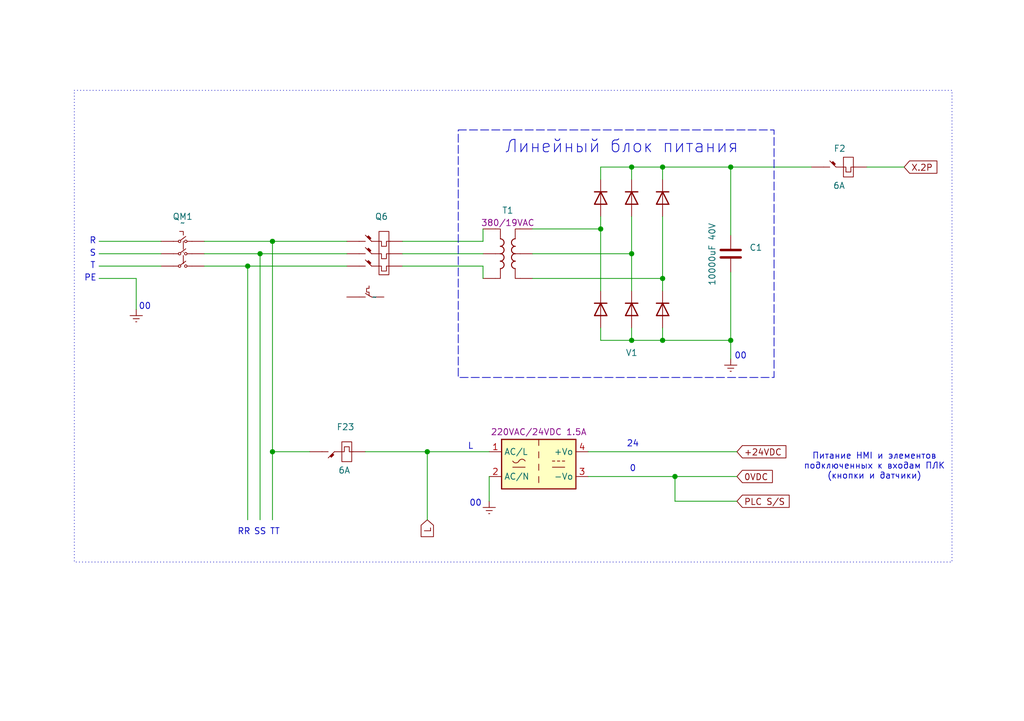
<source format=kicad_sch>
(kicad_sch (version 20231120) (generator "eeschema") (generator_version "8.0")
  (paper "A5")
  (title_block (title "Okoma") (date "08/2024") (rev "1.0"))
  (lib_symbols
    (symbol "001:Circuit_Breaker" (pin_numbers hide) (pin_names (offset 0) hide)
      (property "Reference" "F" (at -2.54 0 0))
      (symbol "Circuit_Breaker_0_1"
        (rectangle (start -2.032 -2.794) (end 2.032 -4.826))
        (polyline (pts (xy 0 -1.27) (xy -1.27 0)))
        (polyline (pts (xy 0 1.27) (xy 0 0)))
        (polyline (pts (xy -0.889 -0.381) (xy -1.143 -0.635) (xy -0.635 -1.143) (xy -0.381 -0.889) (xy -0.889 -0.381)) (fill (type outline)))
        (polyline (pts (xy 0 -1.27) (xy 0 -3.302) (xy 1.016 -3.302) (xy 1.016 -4.318) (xy 0 -4.318) (xy 0 -5.08)))
      )
      (symbol "Circuit_Breaker_1_1"
        (pin bidirectional line (at 0 3.81 270) (length 2.54) (name "") (number "1"))
        (pin bidirectional line (at 0 -7.62 90) (length 2.54) (name "") (number "2"))
      )
    )
    (symbol "001:Circuit_Breaker_RST+NO" (pin_numbers hide) (pin_names (offset 0) hide)
      (property "Reference" "QF" (at -2.54 0 0))
      (symbol "Circuit_Breaker_RST+NO_0_1"
        (rectangle (start -2.032 -2.794) (end 6.858 -4.826))
        (polyline (pts (xy 0 -1.27) (xy -1.27 0)))
        (polyline (pts (xy 0 1.27) (xy 0 0)))
        (polyline (pts (xy 2.54 -1.27) (xy 1.27 0)))
        (polyline (pts (xy 2.54 1.27) (xy 2.54 0)))
        (polyline (pts (xy 5.08 -1.27) (xy 3.81 0)))
        (polyline (pts (xy 5.08 1.27) (xy 5.08 0)))
        (polyline (pts (xy 11.43 -1.27) (xy 10.668 0)))
        (polyline (pts (xy 11.43 1.27) (xy 11.43 0)))
        (polyline (pts (xy -0.889 -0.381) (xy -1.143 -0.635) (xy -0.635 -1.143) (xy -0.381 -0.889) (xy -0.889 -0.381)) (fill (type outline)))
        (polyline (pts (xy 1.651 -0.381) (xy 1.397 -0.635) (xy 1.905 -1.143) (xy 2.159 -0.889) (xy 1.651 -0.381)) (fill (type outline)))
        (polyline (pts (xy 4.191 -0.381) (xy 3.937 -0.635) (xy 4.445 -1.143) (xy 4.699 -0.889) (xy 4.191 -0.381)) (fill (type outline)))
        (polyline (pts (xy 0 -1.27) (xy 0 -3.302) (xy 1.016 -3.302) (xy 1.016 -4.318) (xy 0 -4.318) (xy 0 -5.08)))
        (polyline (pts (xy 2.54 -1.27) (xy 2.54 -3.302) (xy 3.556 -3.302) (xy 3.556 -4.318) (xy 2.54 -4.318) (xy 2.54 -5.08)))
        (polyline (pts (xy 5.08 -1.27) (xy 5.08 -3.302) (xy 6.096 -3.302) (xy 6.096 -4.318) (xy 5.08 -4.318) (xy 5.08 -5.08)))
        (polyline (pts (xy 11.176 -0.762) (xy 10.414 -0.762) (xy 10.414 -0.254) (xy 9.652 -0.254) (xy 9.652 -0.762) (xy 9.144 -0.762)))
      )
      (symbol "Circuit_Breaker_RST+NO_1_1"
        (pin bidirectional line (at 0 3.81 270) (length 2.54) (name "") (number "1"))
        (pin bidirectional line (at 2.54 3.81 270) (length 2.54) (name "") (number "1"))
        (pin bidirectional line (at 5.08 3.81 270) (length 2.54) (name "") (number "1"))
        (pin bidirectional line (at 11.43 3.81 270) (length 2.54) (name "") (number "1"))
        (pin bidirectional line (at 0 -7.62 90) (length 2.54) (name "") (number "2"))
        (pin bidirectional line (at 2.54 -7.62 90) (length 2.54) (name "") (number "2"))
        (pin bidirectional line (at 5.08 -7.62 90) (length 2.54) (name "") (number "2"))
        (pin bidirectional line (at 11.43 -3.81 90) (length 2.54) (name "") (number "2"))
      )
    )
    (symbol "001:Main Switch" (pin_numbers hide) (pin_names (offset 0) hide)
      (property "Reference" "QM" (at -0.508 1.27 0))
      (symbol "Main Switch_0_1"
        (circle (center -1.27 -7.62) (radius 0.254))
        (circle (center -1.27 -5.08) (radius 0.254))
        (circle (center -1.27 -2.54) (radius 0.254))
        (circle (center 0 -7.62) (radius 0.254))
        (circle (center 0 -5.08) (radius 0.254))
        (circle (center 0 -2.54) (radius 0.254))
        (polyline (pts (xy -2.54 -7.62) (xy -1.524 -7.62)))
        (polyline (pts (xy -2.54 -5.08) (xy -1.524 -5.08)))
        (polyline (pts (xy -2.54 -2.54) (xy -1.524 -2.54)))
        (polyline (pts (xy -1.016 -7.366) (xy 0 -6.604)))
        (polyline (pts (xy -1.016 -4.826) (xy 0 -4.064)))
        (polyline (pts (xy -1.016 -2.286) (xy 0 -1.524)))
        (polyline (pts (xy 1.27 -7.62) (xy 0.254 -7.62)))
        (polyline (pts (xy 1.27 -5.08) (xy 0.254 -5.08)))
        (polyline (pts (xy 1.27 -2.54) (xy 0.254 -2.54)))
      )
      (symbol "Main Switch_1_1"
        (polyline (pts (xy -0.508 -7.112) (xy -0.508 -0.508) (xy -1.27 -0.508)) (stroke (width 0) (type dash_dot)))
        (pin bidirectional line (at -5.08 -7.62 0) (length 2.54) (name "") (number "1"))
        (pin bidirectional line (at -5.08 -5.08 0) (length 2.54) (name "") (number "1"))
        (pin bidirectional line (at -5.08 -2.54 0) (length 2.54) (name "") (number "1"))
        (pin bidirectional line (at 3.81 -7.62 180) (length 2.54) (name "") (number "2"))
        (pin bidirectional line (at 3.81 -5.08 180) (length 2.54) (name "") (number "2"))
        (pin bidirectional line (at 3.81 -2.54 180) (length 2.54) (name "") (number "2"))
      )
    )
    (symbol "Converter_ACDC:MFM-15-24"
      (property "Reference" "PS" (at 0 6.35 0))
      (property "Value" "MFM-15-24" (at 0 -6.35 0))
      (symbol "MFM-15-24_0_1"
        (rectangle (start -7.62 5.08) (end 7.62 -5.08) (stroke (width 0.254)) (fill (type background)))
        (arc (start -5.334 0.635) (mid -4.699 0.2495) (end -4.064 0.635))
        (arc (start -2.794 0.635) (mid -3.429 1.0072) (end -4.064 0.635))
        (polyline (pts (xy -5.334 -0.635) (xy -2.794 -0.635)))
        (polyline (pts (xy 0 -2.54) (xy 0 -3.81)))
        (polyline (pts (xy 0 0) (xy 0 -1.27)))
        (polyline (pts (xy 0 2.54) (xy 0 1.27)))
        (polyline (pts (xy 0 5.08) (xy 0 3.81)))
        (polyline (pts (xy 2.794 -0.635) (xy 5.334 -0.635)))
        (polyline (pts (xy 2.794 0.635) (xy 3.302 0.635)))
        (polyline (pts (xy 3.81 0.635) (xy 4.318 0.635)))
        (polyline (pts (xy 4.826 0.635) (xy 5.334 0.635)))
      )
      (symbol "MFM-15-24_1_1"
        (pin power_in line (at -10.16 2.54 0) (length 2.54) (name "AC/L") (number "1"))
        (pin power_in line (at -10.16 -2.54 0) (length 2.54) (name "AC/N") (number "2"))
        (pin power_out line (at 10.16 -2.54 180) (length 2.54) (name "-Vo") (number "3"))
        (pin power_out line (at 10.16 2.54 180) (length 2.54) (name "+Vo") (number "4"))
      )
    )
    (symbol "Device:C" (pin_numbers hide) (pin_names (offset 0.254))
      (property "Reference" "C" (at 0.635 2.54 0))
      (property "Value" "C" (at 0.635 -2.54 0))
      (symbol "C_0_1"
        (polyline (pts (xy -2.032 -0.762) (xy 2.032 -0.762)) (stroke (width 0.508)))
        (polyline (pts (xy -2.032 0.762) (xy 2.032 0.762)) (stroke (width 0.508)))
      )
      (symbol "C_1_1"
        (pin passive line (at 0 3.81 270) (length 2.794) (name "~") (number "1"))
        (pin passive line (at 0 -3.81 90) (length 2.794) (name "~") (number "2"))
      )
    )
    (symbol "Device:D" (pin_numbers hide) (pin_names (offset 1.016) hide)
      (property "Reference" "D" (at 0 2.54 0))
      (property "Value" "D" (at 0 -2.54 0))
      (symbol "D_0_1"
        (polyline (pts (xy -1.27 1.27) (xy -1.27 -1.27)) (stroke (width 0.254)))
        (polyline (pts (xy 1.27 0) (xy -1.27 0)))
        (polyline (pts (xy 1.27 1.27) (xy 1.27 -1.27) (xy -1.27 0) (xy 1.27 1.27)) (stroke (width 0.254)))
      )
      (symbol "D_1_1"
        (pin passive line (at -3.81 0 0) (length 2.54) (name "K") (number "1"))
        (pin passive line (at 3.81 0 180) (length 2.54) (name "A") (number "2"))
      )
    )
    (symbol "Transformer:ADTT1-1" (pin_numbers hide) (pin_names hide)
      (property "Reference" "TR" (at 0 6.35 0))
      (property "Value" "ADTT1-1" (at 0 -6.35 0))
      (symbol "ADTT1-1_0_1"
        (arc (start -1.524 -3.048) (mid -0.7653 -2.286) (end -1.524 -1.524) (stroke (width 0.2032)))
        (arc (start -1.524 -1.524) (mid -0.7653 -0.762) (end -1.524 0) (stroke (width 0.2032)))
        (arc (start -1.524 0) (mid -0.7653 0.762) (end -1.524 1.524) (stroke (width 0.2032)))
        (arc (start -1.524 1.524) (mid -0.7653 2.286) (end -1.524 3.048) (stroke (width 0.2032)))
        (polyline (pts (xy -2.54 0) (xy -1.27 0)))
        (polyline (pts (xy 2.54 0) (xy 1.27 0)) (stroke (width 0.1524)))
        (polyline (pts (xy -2.54 5.08) (xy -1.524 5.08) (xy -1.524 3.048)) (stroke (width 0.1524)))
        (polyline (pts (xy -1.524 -3.048) (xy -1.524 -5.08) (xy -2.54 -5.08)) (stroke (width 0.1524)))
        (polyline (pts (xy 1.524 3.048) (xy 1.524 5.08) (xy 2.54 5.08)) (stroke (width 0.1524)))
        (polyline (pts (xy 2.54 -5.08) (xy 1.524 -5.08) (xy 1.524 -3.048)) (stroke (width 0.1524)))
        (arc (start 1.524 -1.524) (mid 0.7653 -2.286) (end 1.524 -3.048) (stroke (width 0.2032)))
        (arc (start 1.524 0) (mid 0.7653 -0.762) (end 1.524 -1.524) (stroke (width 0.2032)))
        (arc (start 1.524 1.524) (mid 0.7653 0.762) (end 1.524 0) (stroke (width 0.2032)))
        (arc (start 1.524 3.048) (mid 0.7653 2.286) (end 1.524 1.524) (stroke (width 0.2032)))
      )
      (symbol "ADTT1-1_1_1"
        (pin passive line (at -5.08 -5.08 0) (length 2.54) (name "~") (number "1"))
        (pin passive line (at -5.08 0 0) (length 2.54) (name "~") (number "2"))
        (pin passive line (at -5.08 5.08 0) (length 2.54) (name "~") (number "3"))
        (pin passive line (at 5.08 5.08 180) (length 2.54) (name "~") (number "4"))
        (pin passive line (at 5.08 0 180) (length 2.54) (name "~") (number "5"))
        (pin passive line (at 5.08 -5.08 180) (length 2.54) (name "~") (number "6"))
      )
    )
    (symbol "power:Earth" (power) (pin_numbers hide) (pin_names (offset 0) hide)
      (property "Value" "Earth" (at 0 -3.81 0))
      (symbol "Earth_0_1"
        (polyline (pts (xy -0.635 -1.905) (xy 0.635 -1.905)))
        (polyline (pts (xy -0.127 -2.54) (xy 0.127 -2.54)))
        (polyline (pts (xy 0 -1.27) (xy 0 0)))
        (polyline (pts (xy 1.27 -1.27) (xy -1.27 -1.27)))
      )
      (symbol "Earth_1_1"
        (pin power_in line (at 0 0 270) (length 0) (name "~") (number "1"))
      )
    )
  )
  (junction (at 55.88 92.71))
  (junction (at 149.86 34.29))
  (junction (at 55.88 49.53))
  (junction (at 138.43 97.79))
  (junction (at 50.8 54.61))
  (junction (at 135.89 34.29))
  (junction (at 135.89 69.85))
  (junction (at 149.86 69.85))
  (junction (at 87.63 92.71))
  (junction (at 129.54 52.07))
  (junction (at 129.54 69.85))
  (junction (at 123.19 46.99))
  (junction (at 53.34 52.07))
  (junction (at 129.54 34.29))
  (junction (at 135.89 57.15))
  (wire (pts (xy 99.06 49.53) (xy 99.06 46.99)))
  (wire (pts (xy 20.32 54.61) (xy 33.02 54.61)))
  (wire (pts (xy 55.88 49.53) (xy 41.91 49.53)))
  (wire (pts (xy 55.88 92.71) (xy 63.5 92.71)))
  (wire (pts (xy 99.06 54.61) (xy 99.06 57.15)))
  (wire (pts (xy 149.86 34.29) (xy 166.37 34.29)))
  (wire (pts (xy 129.54 69.85) (xy 135.89 69.85)))
  (wire (pts (xy 135.89 34.29) (xy 149.86 34.29)))
  (wire (pts (xy 123.19 34.29) (xy 129.54 34.29)))
  (wire (pts (xy 129.54 44.45) (xy 129.54 52.07)))
  (wire (pts (xy 50.8 54.61) (xy 71.12 54.61)))
  (wire (pts (xy 135.89 36.83) (xy 135.89 34.29)))
  (wire (pts (xy 177.8 34.29) (xy 185.42 34.29)))
  (wire (pts (xy 109.22 52.07) (xy 129.54 52.07)))
  (wire (pts (xy 120.65 92.71) (xy 151.13 92.71)))
  (wire (pts (xy 27.94 63.5) (xy 27.94 57.15)))
  (wire (pts (xy 135.89 44.45) (xy 135.89 57.15)))
  (wire (pts (xy 20.32 52.07) (xy 33.02 52.07)))
  (wire (pts (xy 99.06 49.53) (xy 82.55 49.53)))
  (wire (pts (xy 135.89 69.85) (xy 149.86 69.85)))
  (wire (pts (xy 129.54 67.31) (xy 129.54 69.85)))
  (wire (pts (xy 27.94 57.15) (xy 20.32 57.15)))
  (wire (pts (xy 138.43 102.87) (xy 138.43 97.79)))
  (wire (pts (xy 129.54 52.07) (xy 129.54 59.69)))
  (wire (pts (xy 149.86 34.29) (xy 149.86 48.26)))
  (wire (pts (xy 109.22 57.15) (xy 135.89 57.15)))
  (wire (pts (xy 129.54 34.29) (xy 135.89 34.29)))
  (wire (pts (xy 53.34 52.07) (xy 53.34 106.68)))
  (wire (pts (xy 20.32 49.53) (xy 33.02 49.53)))
  (wire (pts (xy 138.43 97.79) (xy 151.13 97.79)))
  (wire (pts (xy 123.19 46.99) (xy 123.19 59.69)))
  (wire (pts (xy 149.86 55.88) (xy 149.86 69.85)))
  (wire (pts (xy 149.86 73.66) (xy 149.86 69.85)))
  (wire (pts (xy 41.91 54.61) (xy 50.8 54.61)))
  (wire (pts (xy 138.43 102.87) (xy 151.13 102.87)))
  (wire (pts (xy 123.19 44.45) (xy 123.19 46.99)))
  (wire (pts (xy 87.63 92.71) (xy 100.33 92.71)))
  (wire (pts (xy 87.63 92.71) (xy 87.63 106.68)))
  (wire (pts (xy 74.93 92.71) (xy 87.63 92.71)))
  (wire (pts (xy 129.54 36.83) (xy 129.54 34.29)))
  (wire (pts (xy 55.88 49.53) (xy 55.88 92.71)))
  (wire (pts (xy 100.33 102.87) (xy 100.33 97.79)))
  (wire (pts (xy 123.19 36.83) (xy 123.19 34.29)))
  (wire (pts (xy 82.55 52.07) (xy 99.06 52.07)))
  (wire (pts (xy 120.65 97.79) (xy 138.43 97.79)))
  (wire (pts (xy 50.8 54.61) (xy 50.8 106.68)))
  (wire (pts (xy 135.89 57.15) (xy 135.89 59.69)))
  (wire (pts (xy 123.19 67.31) (xy 123.19 69.85)))
  (wire (pts (xy 53.34 52.07) (xy 71.12 52.07)))
  (wire (pts (xy 41.91 52.07) (xy 53.34 52.07)))
  (wire (pts (xy 82.55 54.61) (xy 99.06 54.61)))
  (wire (pts (xy 135.89 67.31) (xy 135.89 69.85)))
  (wire (pts (xy 109.22 46.99) (xy 123.19 46.99)))
  (wire (pts (xy 123.19 69.85) (xy 129.54 69.85)))
  (wire (pts (xy 71.12 49.53) (xy 55.88 49.53)))
  (wire (pts (xy 55.88 92.71) (xy 55.88 106.68)))
  (rectangle (start 93.98 26.67) (end 158.75 77.47) (stroke (width 0) (type dash)))
  (rectangle (start 15.24 18.542) (end 195.24 115.342) (stroke (width 0) (type dot)))
  (text "RR" (at 50.038 109.22 0) (effects (font (size 1.27 1.27))))
  (text "Линейный блок питания" (at 127.508 30.226 0) (effects (font (size 2.54 2.54))))
  (text "S" (at 19.05 52.07 0) (effects (font (size 1.27 1.27))))
  (text "R" (at 19.05 49.53 0) (effects (font (size 1.27 1.27))))
  (text "T" (at 19.05 54.61 0) (effects (font (size 1.27 1.27))))
  (text "0" (at 129.794 96.266 0) (effects (font (size 1.27 1.27))))
  (text "00" (at 29.718 62.992 0) (effects (font (size 1.27 1.27))))
  (text "00" (at 151.892 73.152 0) (effects (font (size 1.27 1.27))))
  (text "SS" (at 53.34 109.22 0) (effects (font (size 1.27 1.27))))
  (text "TT" (at 56.388 109.22 0) (effects (font (size 1.27 1.27))))
  (text "Питание HMI и элементов\nподключенных к входам ПЛК\n(кнопки и датчики)" (at 179.324 95.758 0) (effects (font (size 1.27 1.27))))
  (text "00" (at 97.536 103.378 0) (effects (font (size 1.27 1.27))))
  (text "24" (at 129.794 91.186 0) (effects (font (size 1.27 1.27))))
  (text "L" (at 96.52 91.694 0) (effects (font (size 1.27 1.27))))
  (text "PE" (at 18.542 57.15 0) (effects (font (size 1.27 1.27))))
  (global_label "+24VDC" (shape input) (at 151.13 92.71 0) (property "Intersheetrefs" "${INTERSHEET_REFS}" (effects (hide yes))))
  (global_label "X.2P" (shape input) (at 185.42 34.29 0) (property "Intersheetrefs" "${INTERSHEET_REFS}" (effects (hide yes))))
  (global_label "0VDC" (shape input) (at 151.13 97.79 0) (property "Intersheetrefs" "${INTERSHEET_REFS}" (effects (hide yes))))
  (global_label "L" (shape input) (at 87.63 106.68 270) (property "Intersheetrefs" "${INTERSHEET_REFS}" (effects (hide yes))))
  (global_label "PLC S{slash}S" (shape input) (at 151.13 102.87 0) (property "Intersheetrefs" "${INTERSHEET_REFS}" (effects (hide yes))))
  (symbol (lib_id "Transformer:ADTT1-1") (at 104.14 52.07 0) (unit 1)
    (property "Reference" "T1" (at 104.14 43.18 0))
    (property "Description" "380/19VAC" (at 104.14 45.72 0))
  )
  (symbol (lib_id "001:Circuit_Breaker_RST+NO") (at 74.93 49.53 90) (mirror x) (unit 1)
    (property "Reference" "Q6" (at 78.232 44.45 90))
    (property "Value" "~" (at 76.835 60.96 90))
  )
  (symbol (lib_id "001:Circuit_Breaker") (at 170.18 34.29 90) (mirror x) (unit 1)
    (property "Reference" "F2" (at 172.212 30.48 90))
    (property "Value" "6A" (at 172.085 38.1 90))
    (property "Description" "Circuit Breaker" (effects (hide yes)))
  )
  (symbol (lib_id "Device:D") (at 123.19 63.5 270) (unit 1)
    (property "Reference" "D?" (effects (hide yes)))
    (property "Value" "D" (effects (hide yes)))
    (property "Description" "Diode" (effects (hide yes)))
    (property "Sim.Device" "D" (effects (hide yes)))
    (property "Sim.Pins" "1=K 2=A" (effects (hide yes)))
  )
  (symbol (lib_id "Device:C") (at 149.86 52.07 0) (unit 1)
    (property "Reference" "C1" (at 153.67 50.7999 0) (effects (justify left)))
    (property "Value" "10000uF 40V" (at 146.05 58.674 90) (effects (justify left)))
    (property "Description" "Capasitor" (effects (hide yes)))
  )
  (symbol (lib_id "Device:D") (at 129.54 40.64 270) (unit 1)
    (property "Reference" "D?" (effects (hide yes)))
    (property "Value" "D" (effects (hide yes)))
    (property "Description" "Diode" (effects (hide yes)))
    (property "Sim.Device" "D" (effects (hide yes)))
    (property "Sim.Pins" "1=K 2=A" (effects (hide yes)))
  )
  (symbol (lib_id "Device:D") (at 129.54 63.5 270) (unit 1)
    (property "Reference" "V1" (at 130.81 72.39 90) (effects (justify right)))
    (property "Value" "D" (effects (hide yes)))
    (property "Description" "Diode" (effects (hide yes)))
    (property "Sim.Device" "D" (effects (hide yes)))
    (property "Sim.Pins" "1=K 2=A" (effects (hide yes)))
  )
  (symbol (lib_id "Device:D") (at 135.89 63.5 270) (unit 1)
    (property "Reference" "D?" (effects (hide yes)))
    (property "Value" "D" (effects (hide yes)))
    (property "Description" "Diode" (effects (hide yes)))
    (property "Sim.Device" "D" (effects (hide yes)))
    (property "Sim.Pins" "1=K 2=A" (effects (hide yes)))
  )
  (symbol (lib_id "power:Earth") (at 100.33 102.87 0) (unit 1)
    (property "Reference" "#PWR02" (effects (hide yes)))
    (property "Value" "Earth" (effects (hide yes)))
    (property "Description" "Power symbol creates a global label with name \"Earth\"" (effects (hide yes)))
  )
  (symbol (lib_id "Device:D") (at 135.89 40.64 270) (unit 1)
    (property "Reference" "D?" (effects (hide yes)))
    (property "Value" "D" (effects (hide yes)))
    (property "Description" "Diode" (effects (hide yes)))
    (property "Sim.Device" "D" (effects (hide yes)))
    (property "Sim.Pins" "1=K 2=A" (effects (hide yes)))
  )
  (symbol (lib_id "power:Earth") (at 149.86 73.66 0) (unit 1)
    (property "Reference" "#PWR03" (effects (hide yes)))
    (property "Value" "Earth" (effects (hide yes)))
    (property "Description" "Power symbol creates a global label with name \"Earth\"" (effects (hide yes)))
  )
  (symbol (lib_id "001:Main Switch") (at 38.1 46.99 0) (unit 1)
    (property "Reference" "QM1" (at 37.465 44.45 0))
    (property "Value" "~" (at 37.465 45.72 0))
  )
  (symbol (lib_id "power:Earth") (at 27.94 63.5 0) (unit 1)
    (property "Reference" "#PWR01" (effects (hide yes)))
    (property "Value" "Earth" (effects (hide yes)))
    (property "Description" "Power symbol creates a global label with name \"Earth\"" (effects (hide yes)))
  )
  (symbol (lib_id "001:Circuit_Breaker") (at 67.31 92.71 90) (unit 1)
    (property "Reference" "F23" (at 70.866 87.63 90))
    (property "Value" "6A" (at 70.612 96.52 90))
    (property "Description" "Circuit Breaker" (effects (hide yes)))
  )
  (symbol (lib_id "Device:D") (at 123.19 40.64 270) (unit 1)
    (property "Reference" "D?" (effects (hide yes)))
    (property "Value" "D" (effects (hide yes)))
    (property "Description" "Diode" (effects (hide yes)))
    (property "Sim.Device" "D" (effects (hide yes)))
    (property "Sim.Pins" "1=K 2=A" (effects (hide yes)))
  )
  (symbol (lib_id "Converter_ACDC:MFM-15-24") (at 110.49 95.25 0) (unit 1)
    (property "Reference" "PS?" (effects (hide yes)))
    (property "Value" "MFM-15-24" (effects (hide yes)))
    (property "Footprint" "Converter_ACDC:Converter_ACDC_MeanWell_MFM-15-xx_THT" (effects (hide yes)))
    (property "Datasheet" "https://www.meanwell.com/Upload/PDF/MFM-15/MFM-15-SPEC.PDF" (effects (hide yes)))
    (property "Description" "220VAC/24VDC 1.5A" (at 110.49 88.646 0))
  )
)
</source>
